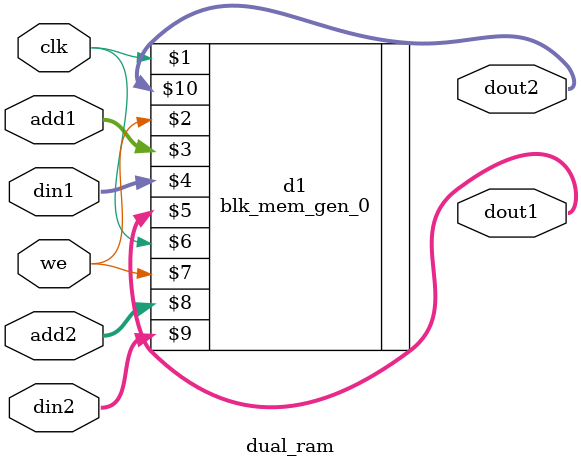
<source format=v>
`timescale 1ns / 1ps


module dual_ram(
    input [7:0] din1,
    input [7:0] din2,
    input [7:0] add1,
    input [7:0] add2,
    input clk,
    input we,
    output [7:0] dout1,
    output [7:0] dout2
    );
   
blk_mem_gen_0 d1 (clk,we,add1,din1,dout1,clk,we,add2,din2,dout2);
    
endmodule

</source>
